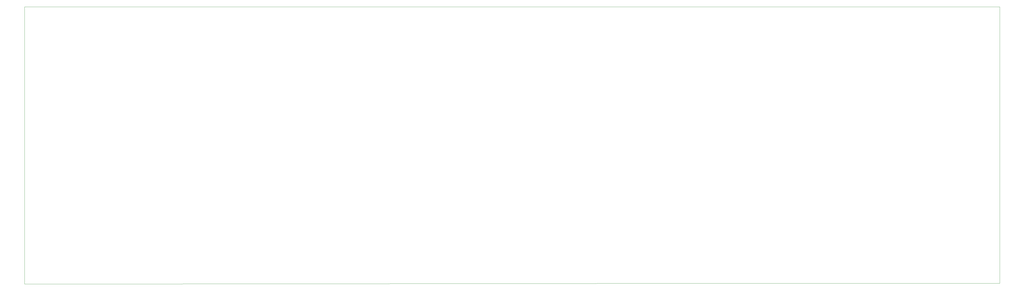
<source format=gbr>
%TF.GenerationSoftware,KiCad,Pcbnew,(5.1.10)-1*%
%TF.CreationDate,2021-10-29T18:14:56+02:00*%
%TF.ProjectId,xfm2-ui-board,78666d32-2d75-4692-9d62-6f6172642e6b,rev?*%
%TF.SameCoordinates,Original*%
%TF.FileFunction,Profile,NP*%
%FSLAX46Y46*%
G04 Gerber Fmt 4.6, Leading zero omitted, Abs format (unit mm)*
G04 Created by KiCad (PCBNEW (5.1.10)-1) date 2021-10-29 18:14:56*
%MOMM*%
%LPD*%
G01*
G04 APERTURE LIST*
%TA.AperFunction,Profile*%
%ADD10C,0.050000*%
%TD*%
G04 APERTURE END LIST*
D10*
X259334000Y-136906000D02*
X371348000Y-136906000D01*
X371348000Y-33782000D02*
X371348000Y-136906000D01*
X7620000Y-109474000D02*
X7620000Y-137160000D01*
X7620000Y-33782000D02*
X7620000Y-109474000D01*
X151892000Y-33782000D02*
X7620000Y-33782000D01*
X371348000Y-33782000D02*
X151892000Y-33782000D01*
X27686000Y-137160000D02*
X259334000Y-136906000D01*
X7620000Y-137160000D02*
X27686000Y-137160000D01*
M02*

</source>
